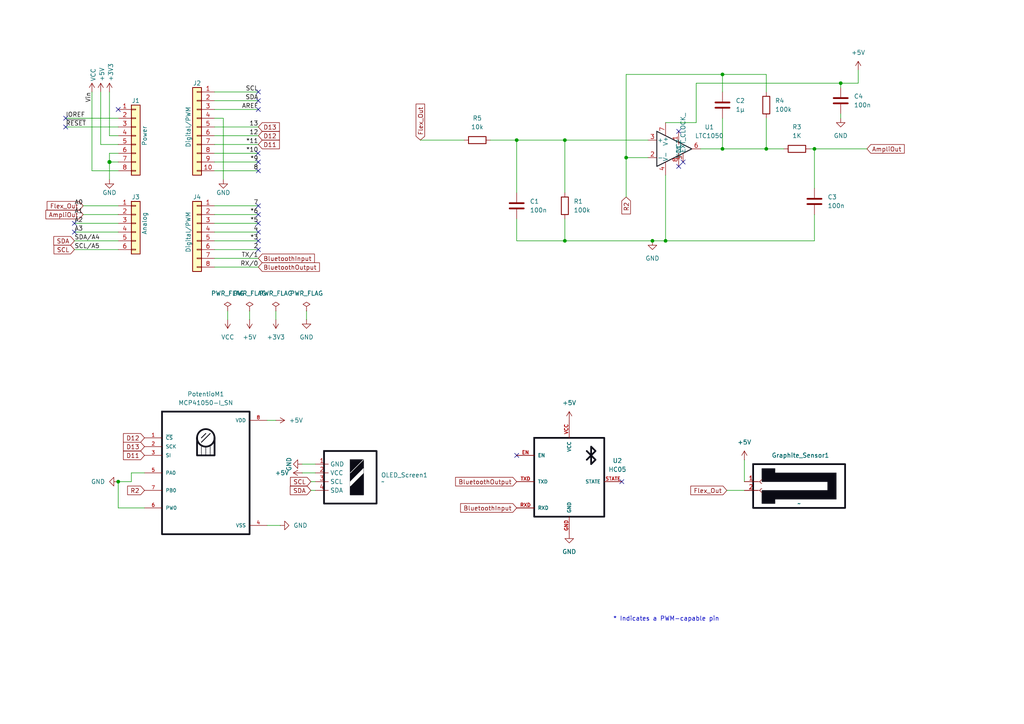
<source format=kicad_sch>
(kicad_sch (version 20250114) (generator "eeschema") (generator_version "9.0")
  (paper "A4")
  (title_block (date "mar. 31 mars 2015"))
  (lib_symbols
    (symbol "+3V3_1" (power) (pin_numbers (hide yes)) (pin_names (offset 0) (hide yes))
      (property "Value" "+3V3" (at 0 3.556 0))
      (symbol "+3V3_1_0_1"
        (polyline (pts (xy -0.762 1.27) (xy 0 2.54)))
        (polyline (pts (xy 0 2.54) (xy 0.762 1.27)))
        (polyline (pts (xy 0 0) (xy 0 2.54)))
      )
      (symbol "+3V3_1_1_1"
        (pin power_in line (at 0 0 90) (length 0) (name "~") (number "1"))
      )
    )
    (symbol "+5V_1" (power) (pin_numbers (hide yes)) (pin_names (offset 0) (hide yes))
      (property "Value" "+5V" (at 0 3.556 0))
      (symbol "+5V_1_0_1"
        (polyline (pts (xy -0.762 1.27) (xy 0 2.54)))
        (polyline (pts (xy 0 2.54) (xy 0.762 1.27)))
        (polyline (pts (xy 0 0) (xy 0 2.54)))
      )
      (symbol "+5V_1_1_1"
        (pin power_in line (at 0 0 90) (length 0) (name "~") (number "1"))
      )
    )
    (symbol "+5V_2" (power) (pin_numbers (hide yes)) (pin_names (offset 0) (hide yes))
      (property "Value" "+5V" (at 0 3.556 0))
      (symbol "+5V_2_0_1"
        (polyline (pts (xy -0.762 1.27) (xy 0 2.54)))
        (polyline (pts (xy 0 2.54) (xy 0.762 1.27)))
        (polyline (pts (xy 0 0) (xy 0 2.54)))
      )
      (symbol "+5V_2_1_1"
        (pin power_in line (at 0 0 90) (length 0) (name "~") (number "1"))
      )
    )
    (symbol "+5V_3" (power) (pin_numbers (hide yes)) (pin_names (offset 0) (hide yes))
      (property "Value" "+5V" (at 0 3.556 0))
      (symbol "+5V_3_0_1"
        (polyline (pts (xy -0.762 1.27) (xy 0 2.54)))
        (polyline (pts (xy 0 2.54) (xy 0.762 1.27)))
        (polyline (pts (xy 0 0) (xy 0 2.54)))
      )
      (symbol "+5V_3_1_1"
        (pin power_in line (at 0 0 90) (length 0) (name "~") (number "1"))
      )
    )
    (symbol "+5V_4" (power) (pin_numbers (hide yes)) (pin_names (offset 0) (hide yes))
      (property "Value" "+5V" (at 0 3.556 0))
      (symbol "+5V_4_0_1"
        (polyline (pts (xy -0.762 1.27) (xy 0 2.54)))
        (polyline (pts (xy 0 2.54) (xy 0.762 1.27)))
        (polyline (pts (xy 0 0) (xy 0 2.54)))
      )
      (symbol "+5V_4_1_1"
        (pin power_in line (at 0 0 90) (length 0) (name "~") (number "1"))
      )
    )
    (symbol "Connector:Conn_01x02_Socket" (pin_names (offset 1.016) (hide yes))
      (property "Reference" "Graphite_Sensor1" (at 11.176 7.62 0))
      (property "Value" "~" (at 10.795 -6.35 0))
      (symbol "Conn_01x02_Socket_1_1"
        (rectangle (start -2.54 5.08) (end 24.13 -7.62) (stroke (width 0.5) (color 10 10 20 1)))
        (polyline (pts (xy -1.27 0) (xy -0.508 0)) (stroke (width 0.1524)))
        (polyline (pts (xy -1.27 -2.54) (xy -0.508 -2.54)) (stroke (width 0.1524)))
        (polyline (pts (xy 0 3.81) (xy 3.81 3.81) (xy 3.81 2.54) (xy 21.59 2.54) (xy 21.59 -5.08) (xy 3.81 -5.08) (xy 3.81 -6.35) (xy 0 -6.35) (xy 0 -2.54) (xy 19.05 -2.54) (xy 19.05 0) (xy 3.81 0) (xy 0 0) (xy 0 3.81)) (stroke (width 0.1) (color 10 10 20 1)) (fill (type color) (color 10 10 20 1)))
        (arc (start 0 -0.508) (mid -0.5058 0) (end 0 0.508) (stroke (width 0.1524)))
        (arc (start 0 -3.048) (mid -0.5058 -2.54) (end 0 -2.032) (stroke (width 0.1524)))
        (pin passive line (at -5.08 0 0) (length 3.81) (name "VCC") (number "1"))
        (pin passive line (at -5.08 -2.54 0) (length 3.81) (name "OutPut") (number "2"))
      )
    )
    (symbol "Connector_Generic:Conn_01x06" (pin_names (offset 1.016) (hide yes))
      (property "Reference" "J" (at 0 7.62 0))
      (property "Value" "Conn_01x06" (at 0 -10.16 0))
      (symbol "Conn_01x06_1_1"
        (rectangle (start -1.27 6.35) (end 1.27 -8.89) (stroke (width 0.254)) (fill (type background)))
        (rectangle (start -1.27 5.207) (end 0 4.953) (stroke (width 0.1524)))
        (rectangle (start -1.27 2.667) (end 0 2.413) (stroke (width 0.1524)))
        (rectangle (start -1.27 0.127) (end 0 -0.127) (stroke (width 0.1524)))
        (rectangle (start -1.27 -2.413) (end 0 -2.667) (stroke (width 0.1524)))
        (rectangle (start -1.27 -4.953) (end 0 -5.207) (stroke (width 0.1524)))
        (rectangle (start -1.27 -7.493) (end 0 -7.747) (stroke (width 0.1524)))
        (pin passive line (at -5.08 5.08 0) (length 3.81) (name "Pin_1") (number "1"))
        (pin passive line (at -5.08 2.54 0) (length 3.81) (name "Pin_2") (number "2"))
        (pin passive line (at -5.08 0 0) (length 3.81) (name "Pin_3") (number "3"))
        (pin passive line (at -5.08 -2.54 0) (length 3.81) (name "Pin_4") (number "4"))
        (pin passive line (at -5.08 -5.08 0) (length 3.81) (name "Pin_5") (number "5"))
        (pin passive line (at -5.08 -7.62 0) (length 3.81) (name "Pin_6") (number "6"))
      )
    )
    (symbol "Connector_Generic:Conn_01x08" (pin_names (offset 1.016) (hide yes))
      (property "Reference" "J" (at 0 10.16 0))
      (property "Value" "Conn_01x08" (at 0 -12.7 0))
      (symbol "Conn_01x08_1_1"
        (rectangle (start -1.27 8.89) (end 1.27 -11.43) (stroke (width 0.254)) (fill (type background)))
        (rectangle (start -1.27 7.747) (end 0 7.493) (stroke (width 0.1524)))
        (rectangle (start -1.27 5.207) (end 0 4.953) (stroke (width 0.1524)))
        (rectangle (start -1.27 2.667) (end 0 2.413) (stroke (width 0.1524)))
        (rectangle (start -1.27 0.127) (end 0 -0.127) (stroke (width 0.1524)))
        (rectangle (start -1.27 -2.413) (end 0 -2.667) (stroke (width 0.1524)))
        (rectangle (start -1.27 -4.953) (end 0 -5.207) (stroke (width 0.1524)))
        (rectangle (start -1.27 -7.493) (end 0 -7.747) (stroke (width 0.1524)))
        (rectangle (start -1.27 -10.033) (end 0 -10.287) (stroke (width 0.1524)))
        (pin passive line (at -5.08 7.62 0) (length 3.81) (name "Pin_1") (number "1"))
        (pin passive line (at -5.08 5.08 0) (length 3.81) (name "Pin_2") (number "2"))
        (pin passive line (at -5.08 2.54 0) (length 3.81) (name "Pin_3") (number "3"))
        (pin passive line (at -5.08 0 0) (length 3.81) (name "Pin_4") (number "4"))
        (pin passive line (at -5.08 -2.54 0) (length 3.81) (name "Pin_5") (number "5"))
        (pin passive line (at -5.08 -5.08 0) (length 3.81) (name "Pin_6") (number "6"))
        (pin passive line (at -5.08 -7.62 0) (length 3.81) (name "Pin_7") (number "7"))
        (pin passive line (at -5.08 -10.16 0) (length 3.81) (name "Pin_8") (number "8"))
      )
    )
    (symbol "Connector_Generic:Conn_01x10" (pin_names (offset 1.016) (hide yes))
      (property "Reference" "J" (at 0 12.7 0))
      (property "Value" "Conn_01x10" (at 0 -15.24 0))
      (symbol "Conn_01x10_1_1"
        (rectangle (start -1.27 11.43) (end 1.27 -13.97) (stroke (width 0.254)) (fill (type background)))
        (rectangle (start -1.27 10.287) (end 0 10.033) (stroke (width 0.1524)))
        (rectangle (start -1.27 7.747) (end 0 7.493) (stroke (width 0.1524)))
        (rectangle (start -1.27 5.207) (end 0 4.953) (stroke (width 0.1524)))
        (rectangle (start -1.27 2.667) (end 0 2.413) (stroke (width 0.1524)))
        (rectangle (start -1.27 0.127) (end 0 -0.127) (stroke (width 0.1524)))
        (rectangle (start -1.27 -2.413) (end 0 -2.667) (stroke (width 0.1524)))
        (rectangle (start -1.27 -4.953) (end 0 -5.207) (stroke (width 0.1524)))
        (rectangle (start -1.27 -7.493) (end 0 -7.747) (stroke (width 0.1524)))
        (rectangle (start -1.27 -10.033) (end 0 -10.287) (stroke (width 0.1524)))
        (rectangle (start -1.27 -12.573) (end 0 -12.827) (stroke (width 0.1524)))
        (pin passive line (at -5.08 10.16 0) (length 3.81) (name "Pin_1") (number "1"))
        (pin passive line (at -5.08 7.62 0) (length 3.81) (name "Pin_2") (number "2"))
        (pin passive line (at -5.08 5.08 0) (length 3.81) (name "Pin_3") (number "3"))
        (pin passive line (at -5.08 2.54 0) (length 3.81) (name "Pin_4") (number "4"))
        (pin passive line (at -5.08 0 0) (length 3.81) (name "Pin_5") (number "5"))
        (pin passive line (at -5.08 -2.54 0) (length 3.81) (name "Pin_6") (number "6"))
        (pin passive line (at -5.08 -5.08 0) (length 3.81) (name "Pin_7") (number "7"))
        (pin passive line (at -5.08 -7.62 0) (length 3.81) (name "Pin_8") (number "8"))
        (pin passive line (at -5.08 -10.16 0) (length 3.81) (name "Pin_9") (number "9"))
        (pin passive line (at -5.08 -12.7 0) (length 3.81) (name "Pin_10") (number "10"))
      )
    )
    (symbol "Device:C" (pin_numbers (hide yes)) (pin_names (offset 0.254))
      (property "Reference" "C" (at 0.635 2.54 0))
      (property "Value" "C" (at 0.635 -2.54 0))
      (symbol "C_0_1"
        (polyline (pts (xy -2.032 0.762) (xy 2.032 0.762)) (stroke (width 0.508)))
        (polyline (pts (xy -2.032 -0.762) (xy 2.032 -0.762)) (stroke (width 0.508)))
      )
      (symbol "C_1_1"
        (pin passive line (at 0 3.81 270) (length 2.794) (name "~") (number "1"))
        (pin passive line (at 0 -3.81 90) (length 2.794) (name "~") (number "2"))
      )
    )
    (symbol "Device:R" (pin_numbers (hide yes)) (pin_names (offset 0))
      (property "Reference" "R" (at 2.032 0 90))
      (property "Value" "R" (at 0 0 90))
      (symbol "R_0_1"
        (rectangle (start -1.016 -2.54) (end 1.016 2.54) (stroke (width 0.254)))
      )
      (symbol "R_1_1"
        (pin passive line (at 0 3.81 270) (length 1.27) (name "~") (number "1"))
        (pin passive line (at 0 -3.81 90) (length 1.27) (name "~") (number "2"))
      )
    )
    (symbol "GND_1" (power) (pin_numbers (hide yes)) (pin_names (offset 0) (hide yes))
      (property "Value" "GND" (at 0 -3.81 0))
      (symbol "GND_1_0_1"
        (polyline (pts (xy 0 0) (xy 0 -1.27) (xy 1.27 -1.27) (xy 0 -2.54) (xy -1.27 -1.27) (xy 0 -1.27)))
      )
      (symbol "GND_1_1_1"
        (pin power_in line (at 0 0 270) (length 0) (name "~") (number "1"))
      )
    )
    (symbol "GND_3" (power) (pin_numbers (hide yes)) (pin_names (offset 0) (hide yes))
      (property "Value" "GND" (at 0 -3.81 0))
      (symbol "GND_3_0_1"
        (polyline (pts (xy 0 0) (xy 0 -1.27) (xy 1.27 -1.27) (xy 0 -2.54) (xy -1.27 -1.27) (xy 0 -1.27)))
      )
      (symbol "GND_3_1_1"
        (pin power_in line (at 0 0 270) (length 0) (name "~") (number "1"))
      )
    )
    (symbol "GND_4" (power) (pin_numbers (hide yes)) (pin_names (offset 0) (hide yes))
      (property "Value" "GND" (at 0 -3.81 0))
      (symbol "GND_4_0_1"
        (polyline (pts (xy 0 0) (xy 0 -1.27) (xy 1.27 -1.27) (xy 0 -2.54) (xy -1.27 -1.27) (xy 0 -1.27)))
      )
      (symbol "GND_4_1_1"
        (pin power_in line (at 0 0 270) (length 0) (name "~") (number "1"))
      )
    )
    (symbol "Graphite:HC05" (pin_names (offset 1.016))
      (property "Reference" "U2" (at 16.51 6.0708 0))
      (property "Value" "HC05" (at 16.51 3.5308 0))
      (symbol "HC05_0_0"
        (pin bidirectional line (at -12.7 7.62 0) (length 5.08) (name "EN") (number "EN"))
        (pin bidirectional line (at -12.7 0 0) (length 5.08) (name "TXD") (number "TXD"))
        (pin bidirectional line (at -12.7 -7.62 0) (length 5.08) (name "RXD") (number "RXD"))
        (pin bidirectional line (at 2.54 17.78 270) (length 5.08) (name "VCC") (number "VCC"))
        (pin bidirectional line (at 17.78 0 180) (length 5.08) (name "STATE") (number "STATE"))
      )
      (symbol "HC05_1_0"
        (rectangle (start -7.62 12.7) (end 12.7 -10.16) (stroke (width 0.5) (color 10 10 20 1)))
        (pin input line (at 2.54 -15.24 90) (length 5.08) (name "GND") (number "GND"))
      )
      (symbol "HC05_1_1"
        (polyline (pts (xy 7.62 8.89) (xy 8.89 7.62) (xy 10.16 8.89) (xy 8.89 10.16) (xy 8.89 5.08) (xy 10.16 6.35) (xy 8.89 7.62) (xy 7.62 6.35)) (stroke (width 0.5) (color 10 10 20 1)))
      )
    )
    (symbol "Graphite:LTC1050" (pin_names (offset 0.127))
      (property "Reference" "U1" (at 10.16 6.3186 0))
      (property "Value" "LTC1050" (at 10.16 3.7786 0))
      (symbol "LTC1050_1_1"
        (polyline (pts (xy -5.08 5.08) (xy -5.08 -5.08) (xy 5.08 0) (xy -5.08 5.08)) (stroke (width 0.25) (color 10 10 20 1)))
        (pin input line (at -7.62 2.54 0) (length 2.54) (name "+") (number "3"))
        (pin input line (at -7.62 -2.54 0) (length 2.54) (name "-") (number "2"))
        (pin no_connect line (at -5.08 0 0) (length 3.81) (hide yes) (name "NC") (number "1"))
        (pin power_in line (at -2.54 7.62 270) (length 3.81) (name "V+") (number "7"))
        (pin power_in line (at -2.54 -7.62 90) (length 3.81) (name "V-") (number "4"))
        (pin no_connect line (at 0 2.54 270) (length 3.81) (hide yes) (name "NC") (number "8"))
        (pin no_connect line (at 0 -2.54 90) (length 3.81) (hide yes) (name "NC") (number "5"))
        (pin passive line (at 1.27 5.08 270) (length 3.81) (name "NC1") (number "1"))
        (pin passive line (at 1.27 -5.08 90) (length 3.81) (name "NC2") (number "8"))
        (pin input line (at 2.54 -3.81 90) (length 2.54) (name "EXT_CLOCK_") (number "5"))
        (pin output line (at 7.62 0 180) (length 2.54) (name "~") (number "6"))
      )
    )
    (symbol "Graphite:MCP41050-I_SN" (pin_names (offset 1.016))
      (property "Reference" "PotentioM" (at 0 22.86 0))
      (property "Value" "MCP41050-I_SN" (at 0 20.32 0))
      (symbol "MCP41050-I_SN_0_0"
        (pin input line (at -17.78 10.16 0) (length 5.08) (name "~{CS}") (number "1"))
        (pin input line (at -17.78 7.62 0) (length 5.08) (name "SCK") (number "2"))
        (pin input line (at -17.78 5.08 0) (length 5.08) (name "SI") (number "3"))
        (pin bidirectional line (at -17.78 0 0) (length 5.08) (name "PA0") (number "5"))
        (pin bidirectional line (at -17.78 -5.08 0) (length 5.08) (name "PB0") (number "7"))
        (pin bidirectional line (at -17.78 -10.16 0) (length 5.08) (name "PW0") (number "6"))
        (pin power_in line (at 17.78 15.24 180) (length 5.08) (name "VDD") (number "8"))
        (pin power_in line (at 17.78 -15.24 180) (length 5.08) (name "VSS") (number "4"))
      )
      (symbol "MCP41050-I_SN_1_0"
        (rectangle (start -12.7 17.78) (end 12.7 -17.78) (stroke (width 0.5) (color 10 10 20 1)))
        (polyline (pts (xy -1.27 10.16) (xy 0 11.43)) (stroke (width 0.25) (color 10 10 20 1)))
        (polyline (pts (xy -1.27 8.89) (xy 1.27 11.43)) (stroke (width 0.25) (color 10 10 20 1)))
        (circle (center 0 10.16) (radius 2.54) (stroke (width 0.5) (color 10 10 20 1)))
        (polyline (pts (xy 2.54 10.16) (xy 2.54 5.08) (xy -2.54 5.08) (xy -2.54 10.16)) (stroke (width 0.5) (color 10 10 20 1)))
      )
      (symbol "MCP41050-I_SN_1_1"
        (polyline (pts (xy -1.27 7.62) (xy -1.27 5.08)) (stroke (width 0) (color 10 10 20 1)))
        (polyline (pts (xy 0 7.62) (xy 0 5.08)) (stroke (width 0) (color 10 10 20 1)))
        (polyline (pts (xy 1.27 7.62) (xy 1.27 5.08)) (stroke (width 0) (color 10 10 20 1)))
      )
    )
    (symbol "Graphite:OLED"
      (property "Reference" "OLED_Screen1" (at 13.97 -0.6349 0))
      (property "Value" "~" (at 13.97 -2.54 0))
      (symbol "OLED_1_1"
        (rectangle (start -2.54 6.35) (end 12.7 -8.89) (stroke (width 0.5) (color 10 10 20 1)))
        (rectangle (start 5.08 3.81) (end 8.89 -6.35) (stroke (width 0.254) (color 10 10 20 1)) (fill (type outline)))
        (polyline (pts (xy 5.08 0) (xy 8.89 3.81)) (stroke (width 0) (color 255 255 255 1)))
        (polyline (pts (xy 5.08 -2.54) (xy 8.89 1.27) (xy 8.89 0) (xy 5.08 -3.81) (xy 5.08 -2.54)) (stroke (width 0) (color 255 255 255 1)) (fill (type outline)))
        (pin input line (at -5.08 2.54 0) (length 3.81) (name "GND") (number "1"))
        (pin input line (at -5.08 0 0) (length 3.81) (name "VCC") (number "2"))
        (pin input line (at -5.08 -2.54 0) (length 3.81) (name "SCL") (number "3"))
        (pin bidirectional line (at -5.08 -5.08 0) (length 3.81) (name "SDA") (number "4"))
      )
    )
    (symbol "VCC_1" (power) (pin_numbers (hide yes)) (pin_names (offset 0) (hide yes))
      (property "Value" "VCC" (at 0 3.556 0))
      (symbol "VCC_1_0_1"
        (polyline (pts (xy -0.762 1.27) (xy 0 2.54)))
        (polyline (pts (xy 0 2.54) (xy 0.762 1.27)))
        (polyline (pts (xy 0 0) (xy 0 2.54)))
      )
      (symbol "VCC_1_1_1"
        (pin power_in line (at 0 0 90) (length 0) (name "~") (number "1"))
      )
    )
    (symbol "power:+3V3" (power) (pin_names (offset 0))
      (property "Value" "+3V3" (at 0 3.556 0))
      (symbol "+3V3_0_1"
        (polyline (pts (xy -0.762 1.27) (xy 0 2.54)))
        (polyline (pts (xy 0 2.54) (xy 0.762 1.27)))
        (polyline (pts (xy 0 0) (xy 0 2.54)))
      )
      (symbol "+3V3_1_1"
        (pin power_in line (at 0 0 90) (length 0) (hide yes) (name "+3V3") (number "1"))
      )
    )
    (symbol "power:+5V" (power) (pin_names (offset 0))
      (property "Value" "+5V" (at 0 3.556 0))
      (symbol "+5V_0_1"
        (polyline (pts (xy -0.762 1.27) (xy 0 2.54)))
        (polyline (pts (xy 0 2.54) (xy 0.762 1.27)))
        (polyline (pts (xy 0 0) (xy 0 2.54)))
      )
      (symbol "+5V_1_1"
        (pin power_in line (at 0 0 90) (length 0) (hide yes) (name "+5V") (number "1"))
      )
    )
    (symbol "power:GND" (power) (pin_names (offset 0))
      (property "Value" "GND" (at 0 -3.81 0))
      (symbol "GND_0_1"
        (polyline (pts (xy 0 0) (xy 0 -1.27) (xy 1.27 -1.27) (xy 0 -2.54) (xy -1.27 -1.27) (xy 0 -1.27)))
      )
      (symbol "GND_1_1"
        (pin power_in line (at 0 0 270) (length 0) (hide yes) (name "GND") (number "1"))
      )
    )
    (symbol "power:PWR_FLAG" (power) (pin_numbers (hide yes)) (pin_names (offset 0) (hide yes))
      (property "Value" "PWR_FLAG" (at 0 3.81 0))
      (symbol "PWR_FLAG_0_0"
        (pin power_out line (at 0 0 90) (length 0) (name "~") (number "1"))
      )
      (symbol "PWR_FLAG_0_1"
        (polyline (pts (xy 0 0) (xy 0 1.27) (xy -1.016 1.905) (xy 0 2.54) (xy 1.016 1.905) (xy 0 1.27)))
      )
    )
    (symbol "power:VCC" (power) (pin_names (offset 0))
      (property "Value" "VCC" (at 0 3.81 0))
      (symbol "VCC_0_1"
        (polyline (pts (xy -0.762 1.27) (xy 0 2.54)))
        (polyline (pts (xy 0 2.54) (xy 0.762 1.27)))
        (polyline (pts (xy 0 0) (xy 0 2.54)))
      )
      (symbol "VCC_1_1"
        (pin power_in line (at 0 0 90) (length 0) (hide yes) (name "VCC") (number "1"))
      )
    )
  )
  (text "* Indicates a PWM-capable pin" (at 177.8 180.34 0) (effects (font (size 1.27 1.27)) (justify left bottom)))
  (junction (at 181.61 45.72))
  (junction (at 149.86 40.64))
  (junction (at 163.83 40.64))
  (junction (at 31.75 46.99) (diameter 1.016))
  (junction (at 34.29 139.7))
  (junction (at 243.84 24.13))
  (junction (at 209.55 21.59))
  (junction (at 163.83 69.85))
  (junction (at 189.23 69.85))
  (junction (at 222.25 43.18))
  (junction (at 236.22 43.18))
  (junction (at 193.04 69.85))
  (junction (at 209.55 43.18))
  (no_connect (at 19.05 36.83))
  (no_connect (at 74.93 49.53))
  (no_connect (at 74.93 31.75))
  (no_connect (at 196.85 48.26))
  (no_connect (at 74.93 46.99))
  (no_connect (at 74.93 29.21))
  (no_connect (at 74.93 59.69))
  (no_connect (at 74.93 62.23))
  (no_connect (at 74.93 67.31))
  (no_connect (at 74.8286 44.45))
  (no_connect (at 196.85 38.1))
  (no_connect (at 198.12 46.99))
  (no_connect (at 74.93 64.77))
  (no_connect (at 74.93 26.67))
  (no_connect (at 180.34 139.7))
  (no_connect (at 74.93 69.85))
  (no_connect (at 74.93 72.39))
  (no_connect (at 34.29 31.75))
  (no_connect (at 21.59 64.77))
  (no_connect (at 19.05 34.29))
  (no_connect (at 149.86 132.08))
  (no_connect (at 21.59 67.31))
  (wire (pts (xy 62.23 77.47) (xy 74.93 77.47)))
  (wire (pts (xy 87.63 137.16) (xy 91.44 137.16)))
  (wire (pts (xy 236.22 43.18) (xy 236.22 54.61)))
  (wire (pts (xy 181.61 45.72) (xy 181.61 57.15)))
  (wire (pts (xy 62.23 26.67) (xy 74.93 26.67)))
  (wire (pts (xy 90.17 139.7) (xy 91.44 139.7)))
  (wire (pts (xy 121.92 40.64) (xy 134.62 40.64)))
  (wire (pts (xy 193.04 69.85) (xy 236.22 69.85)))
  (wire (pts (xy 209.55 21.59) (xy 181.61 21.59)))
  (wire (pts (xy 31.75 44.45) (xy 31.75 46.99)))
  (wire (pts (xy 193.04 35.56) (xy 201.93 35.56)))
  (wire (pts (xy 236.22 62.23) (xy 236.22 69.85)))
  (wire (pts (xy 21.59 72.39) (xy 34.29 72.39)))
  (wire (pts (xy 77.47 152.4) (xy 81.28 152.4)))
  (wire (pts (xy 31.75 46.99) (xy 31.75 52.07)))
  (wire (pts (xy 31.75 39.37) (xy 34.29 39.37)))
  (wire (pts (xy 243.84 33.02) (xy 243.84 34.29)))
  (wire (pts (xy 72.39 90.17) (xy 72.39 92.71)))
  (wire (pts (xy 210.82 142.24) (xy 215.9 142.24)))
  (wire (pts (xy 29.21 41.91) (xy 34.29 41.91)))
  (wire (pts (xy 29.21 26.67) (xy 29.21 41.91)))
  (wire (pts (xy 24.13 62.23) (xy 34.29 62.23)))
  (wire (pts (xy 149.86 69.85) (xy 163.83 69.85)))
  (wire (pts (xy 41.91 147.32) (xy 34.29 147.32)))
  (wire (pts (xy 222.25 34.29) (xy 222.25 43.18)))
  (wire (pts (xy 62.23 36.83) (xy 74.93 36.83)))
  (wire (pts (xy 201.93 24.13) (xy 201.93 35.56)))
  (wire (pts (xy 189.23 69.85) (xy 193.04 69.85)))
  (wire (pts (xy 31.75 26.67) (xy 31.75 39.37)))
  (wire (pts (xy 62.23 59.69) (xy 74.93 59.69)))
  (wire (pts (xy 62.23 39.37) (xy 74.93 39.37)))
  (wire (pts (xy 62.23 62.23) (xy 74.93 62.23)))
  (wire (pts (xy 209.55 34.29) (xy 209.55 43.18)))
  (wire (pts (xy 41.91 137.16) (xy 38.1 137.16)))
  (wire (pts (xy 142.24 40.64) (xy 149.86 40.64)))
  (wire (pts (xy 149.86 55.88) (xy 149.86 40.64)))
  (wire (pts (xy 222.25 21.59) (xy 209.55 21.59)))
  (wire (pts (xy 62.23 46.99) (xy 74.93 46.99)))
  (wire (pts (xy 38.1 137.16) (xy 38.1 139.7)))
  (wire (pts (xy 34.29 139.7) (xy 34.29 147.32)))
  (wire (pts (xy 243.84 24.13) (xy 248.92 24.13)))
  (wire (pts (xy 62.23 67.31) (xy 74.93 67.31)))
  (wire (pts (xy 66.04 90.17) (xy 66.04 92.71)))
  (wire (pts (xy 19.05 34.29) (xy 34.29 34.29)))
  (wire (pts (xy 163.83 63.5) (xy 163.83 69.85)))
  (wire (pts (xy 149.86 63.5) (xy 149.86 69.85)))
  (wire (pts (xy 149.86 40.64) (xy 163.83 40.64)))
  (wire (pts (xy 24.13 59.69) (xy 34.29 59.69)))
  (wire (pts (xy 215.9 133.35) (xy 215.9 139.7)))
  (wire (pts (xy 64.77 34.29) (xy 64.77 52.07)))
  (wire (pts (xy 209.55 21.59) (xy 209.55 26.67)))
  (wire (pts (xy 62.23 31.75) (xy 74.93 31.75)))
  (wire (pts (xy 34.29 64.77) (xy 21.59 64.77)))
  (wire (pts (xy 193.04 50.8) (xy 193.04 69.85)))
  (wire (pts (xy 19.05 36.83) (xy 34.29 36.83)))
  (wire (pts (xy 234.95 43.18) (xy 236.22 43.18)))
  (wire (pts (xy 34.29 46.99) (xy 31.75 46.99)))
  (wire (pts (xy 62.23 41.91) (xy 74.93 41.91)))
  (wire (pts (xy 222.25 26.67) (xy 222.25 21.59)))
  (wire (pts (xy 77.47 121.92) (xy 80.01 121.92)))
  (wire (pts (xy 34.29 49.53) (xy 26.67 49.53)))
  (wire (pts (xy 88.9 90.17) (xy 88.9 92.71)))
  (wire (pts (xy 251.46 43.18) (xy 236.22 43.18)))
  (wire (pts (xy 181.61 21.59) (xy 181.61 45.72)))
  (wire (pts (xy 203.2 43.18) (xy 209.55 43.18)))
  (wire (pts (xy 201.93 24.13) (xy 243.84 24.13)))
  (wire (pts (xy 62.23 34.29) (xy 64.77 34.29)))
  (wire (pts (xy 38.1 139.7) (xy 34.29 139.7)))
  (wire (pts (xy 34.29 44.45) (xy 31.75 44.45)))
  (wire (pts (xy 222.25 43.18) (xy 227.33 43.18)))
  (wire (pts (xy 243.84 24.13) (xy 243.84 25.4)))
  (wire (pts (xy 62.23 64.77) (xy 74.93 64.77)))
  (wire (pts (xy 90.17 142.24) (xy 91.44 142.24)))
  (wire (pts (xy 21.59 67.31) (xy 34.29 67.31)))
  (wire (pts (xy 80.01 90.17) (xy 80.01 92.71)))
  (wire (pts (xy 87.63 134.62) (xy 91.44 134.62)))
  (wire (pts (xy 209.55 43.18) (xy 222.25 43.18)))
  (wire (pts (xy 163.83 69.85) (xy 189.23 69.85)))
  (wire (pts (xy 62.23 29.21) (xy 74.93 29.21)))
  (wire (pts (xy 62.23 44.45) (xy 74.93 44.45)))
  (wire (pts (xy 62.23 72.39) (xy 74.93 72.39)))
  (wire (pts (xy 62.23 69.85) (xy 74.93 69.85)))
  (wire (pts (xy 187.96 45.72) (xy 181.61 45.72)))
  (wire (pts (xy 163.83 40.64) (xy 163.83 55.88)))
  (wire (pts (xy 62.23 74.93) (xy 74.93 74.93)))
  (wire (pts (xy 187.96 40.64) (xy 163.83 40.64)))
  (wire (pts (xy 26.67 49.53) (xy 26.67 26.67)))
  (wire (pts (xy 34.29 69.85) (xy 21.59 69.85)))
  (wire (pts (xy 62.23 49.53) (xy 74.93 49.53)))
  (wire (pts (xy 248.92 20.32) (xy 248.92 24.13)))
  (label "RX{slash}0" (at 74.93 77.47 180))
  (label "A2" (at 21.59 64.77 0))
  (label "4" (at 74.93 67.31 180))
  (label "2" (at 74.93 72.39 180))
  (label "A3" (at 21.59 67.31 0))
  (label "13" (at 74.93 36.83 180))
  (label "12" (at 74.93 39.37 180))
  (label "~{RESET}" (at 19.05 36.83 0))
  (label "*10" (at 74.93 44.45 180))
  (label "7" (at 74.93 59.69 180))
  (label "SDA" (at 74.93 29.21 180))
  (label "8" (at 74.93 49.53 180))
  (label "*11" (at 74.93 41.91 180))
  (label "*3" (at 74.93 69.85 180))
  (label "A1" (at 21.59 62.23 0))
  (label "TX{slash}1" (at 74.93 74.93 180))
  (label "A0" (at 21.59 59.69 0))
  (label "AREF" (at 74.93 31.75 180))
  (label "Vin" (at 26.67 26.67 270))
  (label "*6" (at 74.93 62.23 180))
  (label "SCL" (at 74.93 26.67 180))
  (label "*9" (at 74.93 46.99 180))
  (label "*5" (at 74.93 64.77 180))
  (label "IOREF" (at 19.05 34.29 0))
  (label "SDA{slash}A4" (at 21.59 69.85 0))
  (label "SCL{slash}A5" (at 21.59 72.39 0))
  (global_label "BluetoothOutput" (shape input) (at 149.86 139.7 180) (property "Intersheetrefs" "${INTERSHEET_REFS}" (effects (hide yes))))
  (global_label "R2" (shape input) (at 41.91 142.24 180) (property "Intersheetrefs" "${INTERSHEET_REFS}" (effects (hide yes))))
  (global_label "D12" (shape input) (at 41.91 127 180) (property "Intersheetrefs" "${INTERSHEET_REFS}" (effects (hide yes))))
  (global_label "D11" (shape input) (at 74.93 41.91 0) (property "Intersheetrefs" "${INTERSHEET_REFS}" (effects (hide yes))))
  (global_label "D13" (shape input) (at 41.91 129.54 180) (property "Intersheetrefs" "${INTERSHEET_REFS}" (effects (hide yes))))
  (global_label "Flex_Out" (shape input) (at 24.13 59.69 180) (property "Intersheetrefs" "${INTERSHEET_REFS}" (effects (hide yes))))
  (global_label "D13" (shape input) (at 74.93 36.83 0) (property "Intersheetrefs" "${INTERSHEET_REFS}" (effects (hide yes))))
  (global_label "Flex_Out" (shape input) (at 210.82 142.24 180) (property "Intersheetrefs" "${INTERSHEET_REFS}" (effects (hide yes))))
  (global_label "SDA" (shape input) (at 21.59 69.85 180) (property "Intersheetrefs" "${INTERSHEET_REFS}" (effects (hide yes))))
  (global_label "R2" (shape input) (at 181.61 57.15 270) (property "Intersheetrefs" "${INTERSHEET_REFS}" (effects (hide yes))))
  (global_label "Flex_Out" (shape input) (at 121.92 40.64 90) (property "Intersheetrefs" "${INTERSHEET_REFS}" (effects (hide yes))))
  (global_label "D12" (shape input) (at 74.93 39.37 0) (property "Intersheetrefs" "${INTERSHEET_REFS}" (effects (hide yes))))
  (global_label "SCL" (shape input) (at 21.59 72.39 180) (property "Intersheetrefs" "${INTERSHEET_REFS}" (effects (hide yes))))
  (global_label "SDA" (shape input) (at 90.17 142.24 180) (property "Intersheetrefs" "${INTERSHEET_REFS}" (effects (hide yes))))
  (global_label "BluetoothOutput" (shape input) (at 74.93 77.47 0) (property "Intersheetrefs" "${INTERSHEET_REFS}" (effects (hide yes))))
  (global_label "AmpliOut" (shape input) (at 24.13 62.23 180) (property "Intersheetrefs" "${INTERSHEET_REFS}" (effects (hide yes))))
  (global_label "BluetoothInput" (shape input) (at 149.86 147.32 180) (property "Intersheetrefs" "${INTERSHEET_REFS}" (effects (hide yes))))
  (global_label "BluetoothInput" (shape input) (at 74.93 74.93 0) (property "Intersheetrefs" "${INTERSHEET_REFS}" (effects (hide yes))))
  (global_label "SCL" (shape input) (at 90.17 139.7 180) (property "Intersheetrefs" "${INTERSHEET_REFS}" (effects (hide yes))))
  (global_label "D11" (shape input) (at 41.91 132.08 180) (property "Intersheetrefs" "${INTERSHEET_REFS}" (effects (hide yes))))
  (global_label "AmpliOut" (shape input) (at 251.46 43.18 0) (property "Intersheetrefs" "${INTERSHEET_REFS}" (effects (hide yes))))
  (symbol (lib_id "Connector_Generic:Conn_01x08") (at 39.37 39.37 0) (unit 1)
    (property "Reference" "J1" (at 39.37 29.21 0))
    (property "Value" "Power" (at 41.91 39.37 90))
    (property "Footprint" "Connector_PinSocket_2.54mm:PinSocket_1x08_P2.54mm_Vertical" (effects (hide yes)))
  )
  (symbol (lib_id "power:+3V3") (at 31.75 26.67 0) (unit 1)
    (property "Reference" "#PWR03" (effects (hide yes)))
    (property "Value" "+3V3" (at 32.131 23.622 90) (effects (justify left)))
  )
  (symbol (lib_id "power:+5V") (at 29.21 26.67 0) (unit 1)
    (property "Reference" "#PWR02" (effects (hide yes)))
    (property "Value" "+5V" (at 29.5656 23.622 90) (effects (justify left)))
  )
  (symbol (lib_id "power:GND") (at 31.75 52.07 0) (unit 1)
    (property "Reference" "#PWR04" (effects (hide yes)))
    (property "Value" "GND" (at 31.75 55.88 0))
  )
  (symbol (lib_id "Connector_Generic:Conn_01x10") (at 57.15 36.83 0) (mirror y) (unit 1)
    (property "Reference" "J2" (at 57.15 24.13 0))
    (property "Value" "Digital/PWM" (at 54.61 36.83 90))
    (property "Footprint" "Connector_PinSocket_2.54mm:PinSocket_1x10_P2.54mm_Vertical" (effects (hide yes)))
  )
  (symbol (lib_id "power:GND") (at 64.77 52.07 0) (unit 1)
    (property "Reference" "#PWR05" (effects (hide yes)))
    (property "Value" "GND" (at 64.77 55.88 0))
  )
  (symbol (lib_id "Connector_Generic:Conn_01x06") (at 39.37 64.77 0) (unit 1)
    (property "Reference" "J3" (at 39.37 57.15 0))
    (property "Value" "Analog" (at 41.91 64.77 90))
    (property "Footprint" "Connector_PinSocket_2.54mm:PinSocket_1x06_P2.54mm_Vertical" (effects (hide yes)))
  )
  (symbol (lib_id "Connector_Generic:Conn_01x08") (at 57.15 67.31 0) (mirror y) (unit 1)
    (property "Reference" "J4" (at 57.15 57.15 0))
    (property "Value" "Digital/PWM" (at 54.61 67.31 90))
    (property "Footprint" "Connector_PinSocket_2.54mm:PinSocket_1x08_P2.54mm_Vertical" (effects (hide yes)))
  )
  (symbol (lib_id "Device:R") (at 222.25 30.48 180) (unit 1)
    (property "Reference" "R4" (at 224.79 29.2099 0) (effects (justify right)))
    (property "Value" "100k" (at 224.79 31.7499 0) (effects (justify right)))
    (property "Footprint" "Resistor_THT:R_Axial_DIN0204_L3.6mm_D1.6mm_P7.62mm_Horizontal" (effects (hide yes)))
    (property "Description" "Resistor" (effects (hide yes)))
  )
  (symbol (lib_id "Connector:Conn_01x02_Socket") (at 220.98 139.7 0) (unit 1)
    (property "Reference" "Graphite_Sensor1" (at 232.156 132.08 0))
    (property "Value" "~" (at 231.775 146.05 0))
    (property "Footprint" "Capteur4A:Sensor" (effects (hide yes)))
    (property "Description" "Graphite Sensor" (effects (hide yes)))
  )
  (symbol (lib_id "Device:C") (at 243.84 29.21 180) (unit 1)
    (property "Reference" "C4" (at 247.65 27.9399 0) (effects (justify right)))
    (property "Value" "100n" (at 247.65 30.4799 0) (effects (justify right)))
    (property "Footprint" "Capacitor_THT:C_Disc_D3.0mm_W2.0mm_P2.50mm" (effects (hide yes)))
    (property "Description" "Unpolarized capacitor" (effects (hide yes)))
  )
  (symbol (lib_name "GND_3") (lib_id "power:GND") (at 88.9 92.71 0) (unit 1)
    (property "Reference" "#PWR012" (effects (hide yes)))
    (property "Value" "GND" (at 88.9 97.79 0))
    (property "Description" "Power symbol creates a global label with name \"GND\" , ground" (effects (hide yes)))
  )
  (symbol (lib_id "Device:C") (at 209.55 30.48 0) (unit 1)
    (property "Reference" "C2" (at 213.36 29.2099 0) (effects (justify left)))
    (property "Value" "1µ" (at 213.36 31.7499 0) (effects (justify left)))
    (property "Footprint" "Capacitor_THT:C_Rect_L7.0mm_W4.5mm_P5.00mm" (effects (hide yes)))
    (property "Description" "Unpolarized capacitor" (effects (hide yes)))
  )
  (symbol (lib_name "+5V_1") (lib_id "power:+5V") (at 248.92 20.32 0) (unit 1)
    (property "Reference" "#PWR08" (effects (hide yes)))
    (property "Value" "+5V" (at 248.92 15.24 0))
    (property "Description" "Power symbol creates a global label with name \"+5V\"" (effects (hide yes)))
  )
  (symbol (lib_id "Graphite:MCP41050-I_SN") (at 59.69 137.16 0) (unit 1)
    (property "Reference" "PotentioM1" (at 59.69 114.3 0))
    (property "Value" "MCP41050-I_SN" (at 59.69 116.84 0))
    (property "Footprint" "Capteur4A:MCP41050" (effects (hide yes)))
    (property "MF" "Microchip" (effects (hide yes)))
    (property "Description_1" "\n                        \n                            MCP41050-I/SN,Digital Potentiometer 50kOhms 256-Pos Linear Serial-SPI 8-Pin SOIC | Microchip Technology Inc. MCP41050-I/SN\n                        \n" (effects (hide yes)))
    (property "Package" "SOIC-8 Microchip" (effects (hide yes)))
    (property "Price" "None" (effects (hide yes)))
    (property "SnapEDA_Link" "https://www.snapeda.com/parts/MCP41050-I/SN/Microchip/view-part/?ref=snap" (effects (hide yes)))
    (property "MP" "MCP41050-I/SN" (effects (hide yes)))
    (property "Availability" "In Stock" (effects (hide yes)))
    (property "Check_prices" "https://www.snapeda.com/parts/MCP41050-I/SN/Microchip/view-part/?ref=eda" (effects (hide yes)))
  )
  (symbol (lib_id "Device:C") (at 149.86 59.69 0) (unit 1)
    (property "Reference" "C1" (at 153.67 58.4199 0) (effects (justify left)))
    (property "Value" "100n" (at 153.67 60.9599 0) (effects (justify left)))
    (property "Footprint" "Capacitor_THT:C_Disc_D3.0mm_W2.0mm_P2.50mm" (effects (hide yes)))
    (property "Description" "Unpolarized capacitor" (effects (hide yes)))
  )
  (symbol (lib_name "GND_3") (lib_id "power:GND") (at 81.28 152.4 90) (unit 1)
    (property "Reference" "#PWR019" (effects (hide yes)))
    (property "Value" "GND" (at 85.09 152.3999 90) (effects (justify right)))
    (property "Description" "Power symbol creates a global label with name \"GND\" , ground" (effects (hide yes)))
  )
  (symbol (lib_id "power:PWR_FLAG") (at 88.9 90.17 0) (unit 1)
    (property "Reference" "#FLG04" (effects (hide yes)))
    (property "Value" "PWR_FLAG" (at 88.9 85.09 0))
    (property "Description" "Special symbol for telling ERC where power comes from" (effects (hide yes)))
  )
  (symbol (lib_id "Graphite:LTC1050") (at 195.58 43.18 0) (unit 1)
    (property "Reference" "U1" (at 205.74 36.8614 0))
    (property "Value" "LTC1050" (at 205.74 39.4014 0))
    (property "Footprint" "Capteur4A:LTC1050" (effects (hide yes)))
    (property "Datasheet" "https://www.analog.com/media/en/technical-documentation/data-sheets/OP1177_2177_4177.pdf" (effects (hide yes)))
    (property "Description" "Precision Low Noise, Low Input Bias Current Operational Amplifier, SOIC-8" (effects (hide yes)))
  )
  (symbol (lib_name "GND_1") (lib_id "power:GND") (at 243.84 34.29 0) (unit 1)
    (property "Reference" "#PWR013" (effects (hide yes)))
    (property "Value" "GND" (at 243.84 39.37 0))
    (property "Description" "Power symbol creates a global label with name \"GND\" , ground" (effects (hide yes)))
  )
  (symbol (lib_id "power:PWR_FLAG") (at 72.39 90.17 0) (unit 1)
    (property "Reference" "#FLG02" (effects (hide yes)))
    (property "Value" "PWR_FLAG" (at 72.39 85.09 0))
    (property "Description" "Special symbol for telling ERC where power comes from" (effects (hide yes)))
  )
  (symbol (lib_id "power:PWR_FLAG") (at 66.04 90.17 0) (unit 1)
    (property "Reference" "#FLG01" (effects (hide yes)))
    (property "Value" "PWR_FLAG" (at 66.04 85.09 0))
    (property "Description" "Special symbol for telling ERC where power comes from" (effects (hide yes)))
  )
  (symbol (lib_id "Device:R") (at 231.14 43.18 90) (unit 1)
    (property "Reference" "R3" (at 231.14 36.83 90))
    (property "Value" "1K" (at 231.14 39.37 90))
    (property "Footprint" "Resistor_THT:R_Axial_DIN0204_L3.6mm_D1.6mm_P7.62mm_Horizontal" (effects (hide yes)))
    (property "Description" "Resistor" (effects (hide yes)))
  )
  (symbol (lib_id "power:VCC") (at 26.67 26.67 0) (unit 1)
    (property "Reference" "#PWR01" (effects (hide yes)))
    (property "Value" "VCC" (at 27.051 23.622 90) (effects (justify left)))
  )
  (symbol (lib_name "+5V_2") (lib_id "power:+5V") (at 72.39 92.71 180) (unit 1)
    (property "Reference" "#PWR010" (effects (hide yes)))
    (property "Value" "+5V" (at 72.39 97.79 0))
    (property "Description" "Power symbol creates a global label with name \"+5V\"" (effects (hide yes)))
  )
  (symbol (lib_name "+5V_3") (lib_id "power:+5V") (at 215.9 133.35 0) (unit 1)
    (property "Reference" "#PWR014" (effects (hide yes)))
    (property "Value" "+5V" (at 215.9 128.27 0))
    (property "Description" "Power symbol creates a global label with name \"+5V\"" (effects (hide yes)))
  )
  (symbol (lib_id "Graphite:OLED") (at 96.52 137.16 0) (unit 1)
    (property "Reference" "OLED_Screen1" (at 110.49 137.7949 0) (effects (justify left)))
    (property "Value" "~" (at 110.49 139.7 0) (effects (justify left)))
    (property "Footprint" "Capteur4A:OLED" (effects (hide yes)))
  )
  (symbol (lib_name "GND_4") (lib_id "power:GND") (at 165.1 154.94 0) (unit 1)
    (property "Reference" "#PWR016" (effects (hide yes)))
    (property "Value" "GND" (at 165.1 160.02 0))
    (property "Description" "Power symbol creates a global label with name \"GND\" , ground" (effects (hide yes)))
  )
  (symbol (lib_id "power:PWR_FLAG") (at 80.01 90.17 0) (unit 1)
    (property "Reference" "#FLG03" (effects (hide yes)))
    (property "Value" "PWR_FLAG" (at 80.01 85.09 0))
    (property "Description" "Special symbol for telling ERC where power comes from" (effects (hide yes)))
  )
  (symbol (lib_name "+3V3_1") (lib_id "power:+3V3") (at 80.01 92.71 180) (unit 1)
    (property "Reference" "#PWR011" (effects (hide yes)))
    (property "Value" "+3V3" (at 80.01 97.79 0))
    (property "Description" "Power symbol creates a global label with name \"+3V3\"" (effects (hide yes)))
  )
  (symbol (lib_name "GND_3") (lib_id "power:GND") (at 34.29 139.7 270) (unit 1)
    (property "Reference" "#PWR018" (effects (hide yes)))
    (property "Value" "GND" (at 30.48 139.6999 90) (effects (justify right)))
    (property "Description" "Power symbol creates a global label with name \"GND\" , ground" (effects (hide yes)))
  )
  (symbol (lib_name "+5V_2") (lib_id "power:+5V") (at 80.01 121.92 270) (unit 1)
    (property "Reference" "#PWR022" (effects (hide yes)))
    (property "Value" "+5V" (at 83.82 121.9199 90) (effects (justify left)))
    (property "Description" "Power symbol creates a global label with name \"+5V\"" (effects (hide yes)))
  )
  (symbol (lib_name "VCC_1") (lib_id "power:VCC") (at 66.04 92.71 180) (unit 1)
    (property "Reference" "#PWR09" (effects (hide yes)))
    (property "Value" "VCC" (at 66.04 97.79 0))
    (property "Description" "Power symbol creates a global label with name \"VCC\"" (effects (hide yes)))
  )
  (symbol (lib_id "Graphite:HC05") (at 162.56 139.7 0) (unit 1)
    (property "Reference" "U2" (at 179.07 133.6292 0))
    (property "Value" "HC05" (at 179.07 136.1692 0))
    (property "Footprint" "Capteur4A:HCO5" (effects (hide yes)))
    (property "MF" "TE Connectivity" (effects (hide yes)))
    (property "Description_1" "\n                        \n                            Cable Markers Printable Heat Shrink\n                        \n" (effects (hide yes)))
    (property "Package" "None" (effects (hide yes)))
    (property "Price" "None" (effects (hide yes)))
    (property "SnapEDA_Link" "https://www.snapeda.com/parts/HC05/TE+Connectivity/view-part/?ref=snap" (effects (hide yes)))
    (property "MP" "HC05" (effects (hide yes)))
    (property "Availability" "Not in stock" (effects (hide yes)))
    (property "Check_prices" "https://www.snapeda.com/parts/HC05/TE+Connectivity/view-part/?ref=eda" (effects (hide yes)))
  )
  (symbol (lib_name "+5V_4") (lib_id "power:+5V") (at 165.1 121.92 0) (unit 1)
    (property "Reference" "#PWR017" (effects (hide yes)))
    (property "Value" "+5V" (at 165.1 116.84 0))
    (property "Description" "Power symbol creates a global label with name \"+5V\"" (effects (hide yes)))
  )
  (symbol (lib_id "Device:R") (at 163.83 59.69 0) (unit 1)
    (property "Reference" "R1" (at 166.37 58.4199 0) (effects (justify left)))
    (property "Value" "100k" (at 166.37 60.9599 0) (effects (justify left)))
    (property "Footprint" "Resistor_THT:R_Axial_DIN0204_L3.6mm_D1.6mm_P7.62mm_Horizontal" (effects (hide yes)))
    (property "Description" "Resistor" (effects (hide yes)))
  )
  (symbol (lib_id "power:GND") (at 87.63 134.62 270) (unit 1)
    (property "Reference" "#PWR020" (effects (hide yes)))
    (property "Value" "GND" (at 83.82 134.62 0))
  )
  (symbol (lib_name "GND_1") (lib_id "power:GND") (at 189.23 69.85 0) (unit 1)
    (property "Reference" "#PWR06" (effects (hide yes)))
    (property "Value" "GND" (at 189.23 74.93 0))
    (property "Description" "Power symbol creates a global label with name \"GND\" , ground" (effects (hide yes)))
  )
  (symbol (lib_id "Device:R") (at 138.43 40.64 90) (unit 1)
    (property "Reference" "R5" (at 138.43 34.29 90))
    (property "Value" "10k" (at 138.43 36.83 90))
    (property "Footprint" "Resistor_THT:R_Axial_DIN0204_L3.6mm_D1.6mm_P7.62mm_Horizontal" (effects (hide yes)))
    (property "Description" "Resistor" (effects (hide yes)))
  )
  (symbol (lib_id "Device:C") (at 236.22 58.42 180) (unit 1)
    (property "Reference" "C3" (at 240.03 57.1499 0) (effects (justify right)))
    (property "Value" "100n" (at 240.03 59.6899 0) (effects (justify right)))
    (property "Footprint" "Capacitor_THT:C_Disc_D3.0mm_W2.0mm_P2.50mm" (effects (hide yes)))
    (property "Description" "Unpolarized capacitor" (effects (hide yes)))
  )
  (symbol (lib_name "+5V_2") (lib_id "power:+5V") (at 87.63 137.16 90) (unit 1)
    (property "Reference" "#PWR021" (effects (hide yes)))
    (property "Value" "+5V" (at 83.82 137.1599 90) (effects (justify left)))
    (property "Description" "Power symbol creates a global label with name \"+5V\"" (effects (hide yes)))
  )
)
</source>
